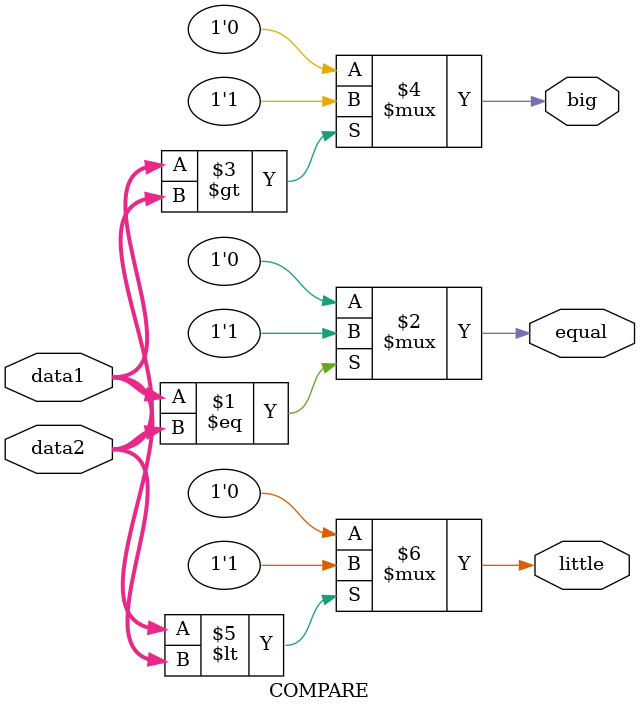
<source format=v>
`timescale 1ns / 1ps

//data1 data2Îª±È½ÏÊý¾Ý
//1´óÓÚ2 bigÖÃ1
//1Ð¡ÓÚ2 littleÖÃ1

module COMPARE(data1,data2,big,equal,little);
   input [31:0]  data1;
   input [31:0]  data2;
   output big,equal,little;
   
   assign equal=(data1==data2)? 1'b1: 1'b0;
   assign big=(data1>data2)? 1'b1: 1'b0;
   assign little=(data1<data2)? 1'b1: 1'b0;
endmodule

</source>
